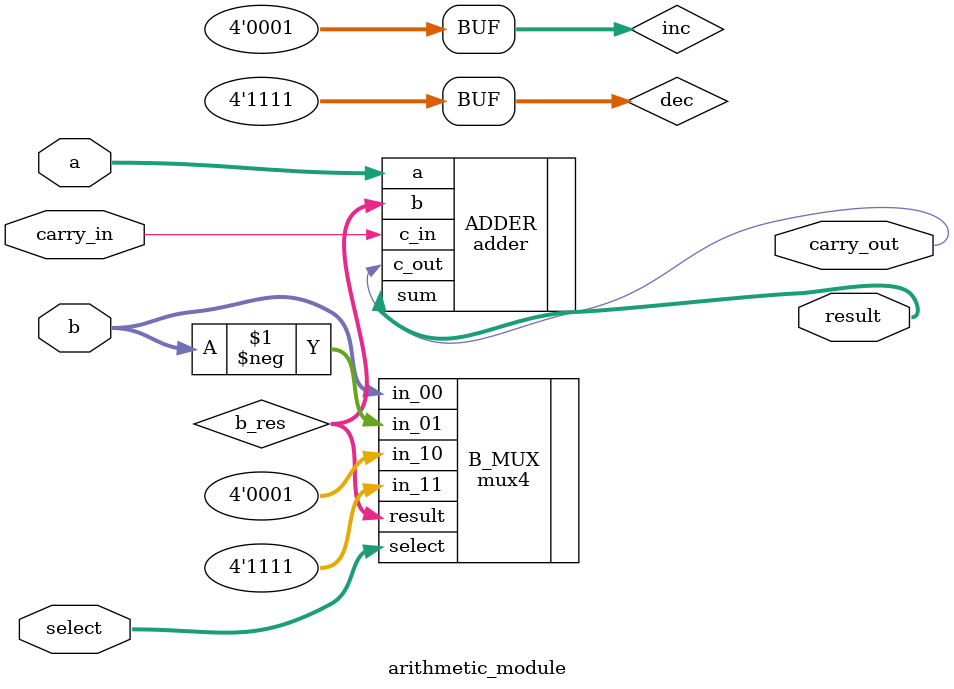
<source format=v>
module arithmetic_module
#(parameter N = 4)
(a, b, carry_in, select, carry_out, result);
  localparam MSB = (N-1);
  localparam LSB = (0);

  input [MSB:LSB] a, b;
  input carry_in;
  input [1:0] select;
  output carry_out;
  output [MSB:LSB] result;

  wire [MSB:LSB] inc = 1, dec = -1;
  wire [MSB:LSB] b_res;

  mux4 #(.N(N)) B_MUX(
    .in_00(b),
    .in_01(-b),
    .in_10(inc),
    .in_11(dec),
    .select(select),
    .result(b_res)
  );

  adder #(.N(N)) ADDER(
    .a(a), .b(b_res),
    .c_in(carry_in),
    .c_out(carry_out), .sum(result)
  );
endmodule
</source>
